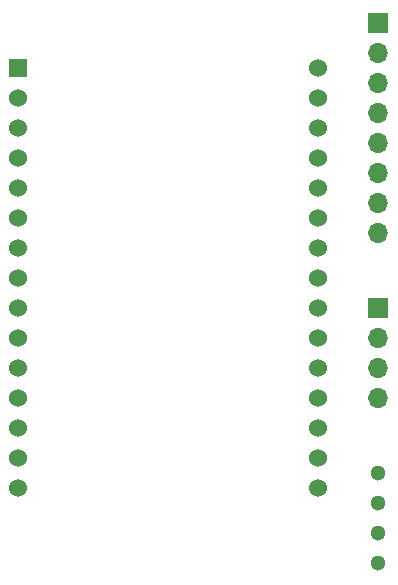
<source format=gbr>
%TF.GenerationSoftware,KiCad,Pcbnew,(5.1.10)-1*%
%TF.CreationDate,2021-10-27T11:28:51+02:00*%
%TF.ProjectId,airQualityV2,61697251-7561-46c6-9974-7956322e6b69,rev?*%
%TF.SameCoordinates,Original*%
%TF.FileFunction,Soldermask,Top*%
%TF.FilePolarity,Negative*%
%FSLAX46Y46*%
G04 Gerber Fmt 4.6, Leading zero omitted, Abs format (unit mm)*
G04 Created by KiCad (PCBNEW (5.1.10)-1) date 2021-10-27 11:28:51*
%MOMM*%
%LPD*%
G01*
G04 APERTURE LIST*
%ADD10C,1.524000*%
%ADD11R,1.524000X1.524000*%
%ADD12C,1.300000*%
%ADD13O,1.700000X1.700000*%
%ADD14R,1.700000X1.700000*%
G04 APERTURE END LIST*
D10*
%TO.C,U1*%
X167640000Y-80010000D03*
X167640000Y-82550000D03*
X167640000Y-85090000D03*
X167640000Y-87630000D03*
X167640000Y-90170000D03*
X167640000Y-92710000D03*
X167640000Y-95250000D03*
X167640000Y-97790000D03*
X167640000Y-100330000D03*
X167640000Y-102870000D03*
X167640000Y-105410000D03*
X167640000Y-107950000D03*
X167640000Y-110490000D03*
X167640000Y-113030000D03*
X167640000Y-115570000D03*
X142240000Y-115570000D03*
X142240000Y-113030000D03*
X142240000Y-110490000D03*
X142240000Y-107950000D03*
X142240000Y-105410000D03*
X142240000Y-102870000D03*
X142240000Y-100330000D03*
X142240000Y-97790000D03*
X142240000Y-95250000D03*
X142240000Y-92710000D03*
X142240000Y-90170000D03*
X142240000Y-87630000D03*
X142240000Y-85090000D03*
X142240000Y-82550000D03*
D11*
X142240000Y-80010000D03*
%TD*%
D12*
%TO.C,RH1*%
X172720000Y-114300000D03*
X172720000Y-116840000D03*
X172720000Y-119380000D03*
X172720000Y-121920000D03*
%TD*%
D13*
%TO.C,J2*%
X172720000Y-93980000D03*
X172720000Y-91440000D03*
X172720000Y-88900000D03*
X172720000Y-86360000D03*
X172720000Y-83820000D03*
X172720000Y-81280000D03*
X172720000Y-78740000D03*
D14*
X172720000Y-76200000D03*
%TD*%
D13*
%TO.C,J1*%
X172720000Y-107950000D03*
X172720000Y-105410000D03*
X172720000Y-102870000D03*
D14*
X172720000Y-100330000D03*
%TD*%
M02*

</source>
